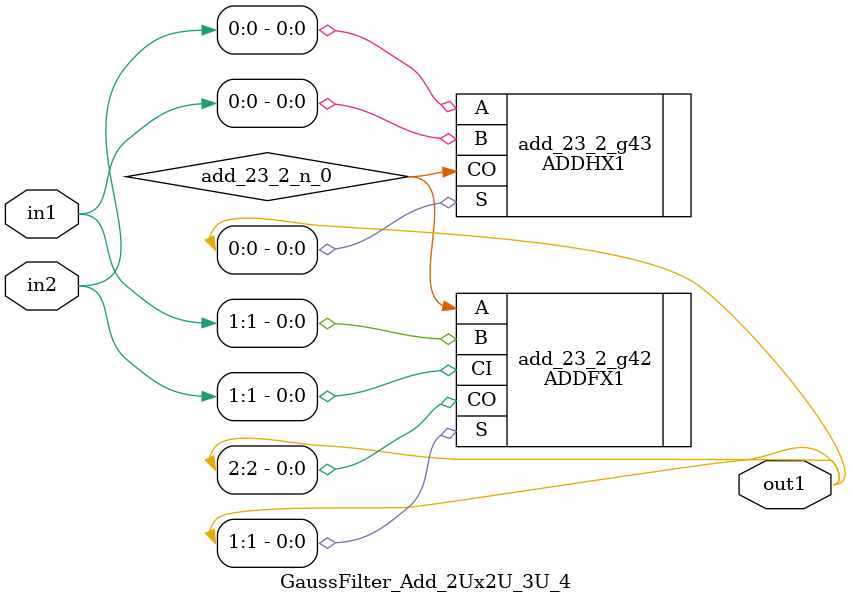
<source format=v>
`timescale 1ps / 1ps


module GaussFilter_Add_2Ux2U_3U_4(in2, in1, out1);
  input [1:0] in2, in1;
  output [2:0] out1;
  wire [1:0] in2, in1;
  wire [2:0] out1;
  wire add_23_2_n_0;
  ADDFX1 add_23_2_g42(.A (add_23_2_n_0), .B (in1[1]), .CI (in2[1]), .CO
       (out1[2]), .S (out1[1]));
  ADDHX1 add_23_2_g43(.A (in2[0]), .B (in1[0]), .CO (add_23_2_n_0), .S
       (out1[0]));
endmodule



</source>
